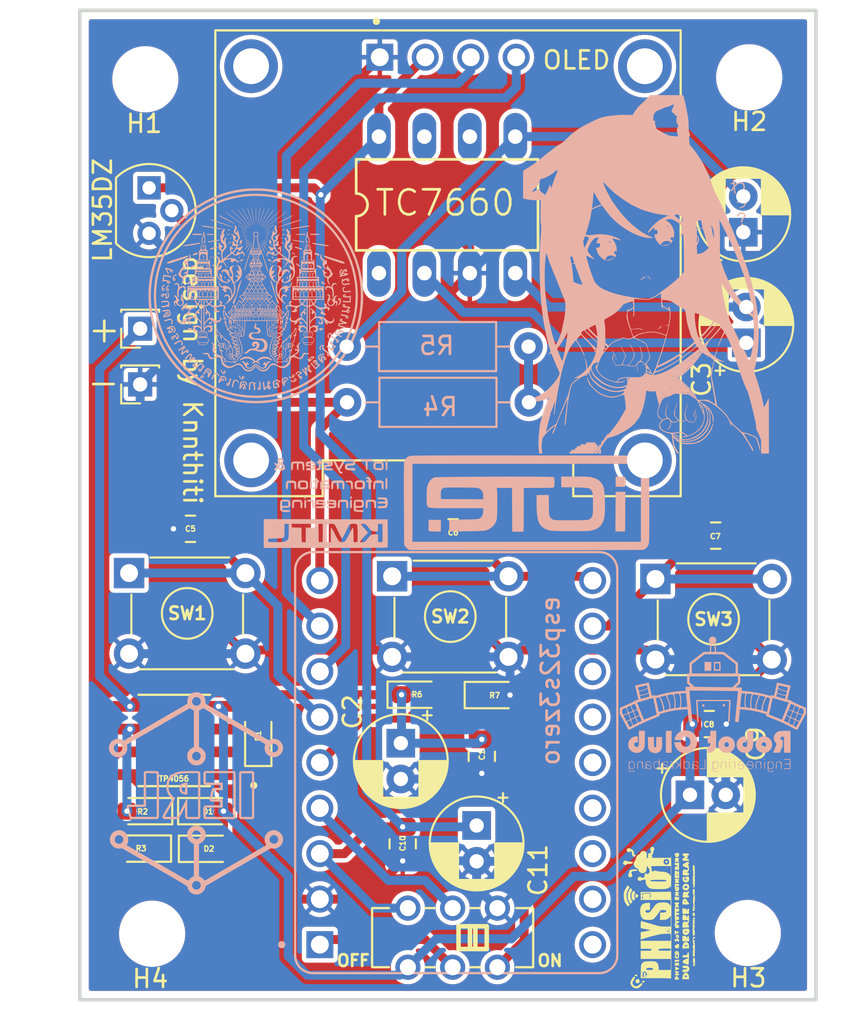
<source format=kicad_pcb>
(kicad_pcb (version 20240108) (generator "pcbnew") (generator_version "8.0")
  (layers (0 "F.Cu" signal) (31 "B.Cu" signal) (34 "B.Paste" user) (35 "F.Paste" user) (36 "B.SilkS" user "B.Silkscreen") (37 "F.SilkS" user "F.Silkscreen") (38 "B.Mask" user) (39 "F.Mask" user) (44 "Edge.Cuts" user))
  (net 0 "")
  (net 1 "0")
  (net 2 "BAT")
  (net 3 "Net-(IC1-CAP+)")
  (net 4 "Net-(IC1-CAP-)")
  (net 5 "Net-(IC1-VOUT)")
  (net 6 "GP3")
  (net 7 "GP7")
  (net 8 "GP8")
  (net 9 "5V")
  (net 10 "3.3V")
  (net 11 "Net-(D1-K)")
  (net 12 "Net-(D2-K)")
  (net 15 "Net-(U1-PROG)")
  (net 16 "Net-(U1-~{STDBY})")
  (net 17 "Net-(U1-~{CHRG})")
  (net 18 "ADC")
  (net 19 "Net-(R4-Pad2)")
  (net 20 "Net-(S1-Pad2)")
  (net 26 "GP1")
  (net 30 "Chek_BAT")
  (net 31 "SDA")
  (net 32 "SCL")
  (footprint "SW_Push:SW_TH_Tactile_Omron_B3F-10xx" (layer "F.Cu") (at 139.675 88.435)
    (property "Reference" "SW2" (at 3.25 2.25 0) (layer "F.SilkS") (effects (font (size 0.7 0.7))))
    (property "Value" "SW_Push")
    (pad "1" thru_hole rect (at 0 0) (size 1.7 1.7) (drill 1) (layers "*.Cu" "*.Mask") (net 7 "GP7"))
    (pad "1" thru_hole circle (at 6.5 0) (size 1.7 1.7) (drill 1) (layers "*.Cu" "*.Mask") (net 7 "GP7"))
    (pad "2" thru_hole circle (at 0 4.5) (size 1.7 1.7) (drill 1) (layers "*.Cu" "*.Mask") (net 1 "0"))
    (pad "2" thru_hole circle (at 6.5 4.5) (size 1.7 1.7) (drill 1) (layers "*.Cu" "*.Mask") (net 1 "0"))
  )
  (footprint "Capacitor_THT:CP_Radial_D5.0mm_P2.00mm" (layer "F.Cu") (at 159.295 69.230113 90)
    (property "Reference" "C4" (at -2.104887 -2.37 90) (layer "F.SilkS"))
    (property "Value" "10uC")
    (pad "1" thru_hole rect (at 0 0 90) (size 1.6 1.6) (drill 0.8) (layers "*.Cu" "*.Mask") (net 1 "0"))
    (pad "2" thru_hole circle (at 2 0 90) (size 1.6 1.6) (drill 0.8) (layers "*.Cu" "*.Mask") (net 5 "Net-(IC1-VOUT)"))
  )
  (footprint "TC7660:TC7660" (layer "F.Cu") (at 142.745 67.705)
    (property "Reference" "TC7660" (at -0.11 -0.11 180) (layer "F.SilkS") (effects (font (size 1.400732 1.400732))))
    (property "Value" "TC7660")
    (pad "1" thru_hole oval (at -3.81 3.81) (size 1.3208 2.6416) (drill 0.8128) (layers "*.Cu" "*.Mask"))
    (pad "2" thru_hole oval (at -1.27 3.81) (size 1.3208 2.6416) (drill 0.8128) (layers "*.Cu" "*.Mask") (net 3 "Net-(IC1-CAP+)"))
    (pad "3" thru_hole oval (at 1.27 3.81) (size 1.3208 2.6416) (drill 0.8128) (layers "*.Cu" "*.Mask") (net 1 "0"))
    (pad "4" thru_hole oval (at 3.81 3.81) (size 1.3208 2.6416) (drill 0.8128) (layers "*.Cu" "*.Mask") (net 4 "Net-(IC1-CAP-)"))
    (pad "5" thru_hole oval (at 3.81 -3.81) (size 1.3208 2.6416) (drill 0.8128) (layers "*.Cu" "*.Mask") (net 5 "Net-(IC1-VOUT)"))
    (pad "6" thru_hole oval (at 1.27 -3.81) (size 1.3208 2.6416) (drill 0.8128) (layers "*.Cu" "*.Mask"))
    (pad "7" thru_hole oval (at -1.27 -3.81) (size 1.3208 2.6416) (drill 0.8128) (layers "*.Cu" "*.Mask"))
    (pad "8" thru_hole oval (at -3.81 -3.81) (size 1.3208 2.6416) (drill 0.8128) (layers "*.Cu" "*.Mask") (net 10 "3.3V"))
  )
  (footprint "MountingHole:MountingHole_3.2mm_M3" (layer "F.Cu") (at 159.625 60.585)
    (property "Reference" "H2" (at 0.005 2.475 0) (layer "F.SilkS"))
    (property "Value" "MountingHole")
    (pad "" np_thru_hole circle (at 0 0) (size 3.2 3.2) (drill 3.2) (layers "*.Cu" "*.Mask"))
  )
  (footprint "Capacitor_THT:CP_Radial_D5.0mm_P2.00mm" (layer "F.Cu") (at 159.465 75.405 90)
    (property "Reference" "C3" (at -2.044887 -2.5 90) (layer "F.SilkS"))
    (property "Value" "10uC")
    (pad "1" thru_hole rect (at 0 0 90) (size 1.6 1.6) (drill 0.8) (layers "*.Cu" "*.Mask") (net 3 "Net-(IC1-CAP+)"))
    (pad "2" thru_hole circle (at 2 0 90) (size 1.6 1.6) (drill 0.8) (layers "*.Cu" "*.Mask") (net 4 "Net-(IC1-CAP-)"))
  )
  (footprint "Connector_PinSocket_2.00mm:PinSocket_1x01_P2.00mm_Vertical" (layer "F.Cu") (at 125.595 77.725 180)
    (property "Reference" "-" (at 2.055 0.135 0) (layer "F.SilkS") (effects (font (size 1.5 1.5))))
    (property "Value" "BAT_GND")
    (pad "1" thru_hole rect (at 0 0 180) (size 1.35 1.35) (drill 0.8) (layers "*.Cu" "*.Mask") (net 1 "0"))
  )
  (footprint "logo:physic_iote_A95_50" (layer "F.Cu") (at 153.118397 108.213939 90)
    (property "Reference" "G***" (hide yes))
    (property "Value" "LOGO" (hide yes))
  )
  (footprint "LED_SMD:LED_0603_1608Metric_Pad1.05x0.95mm_HandSolder" (layer "F.Cu") (at 132.195 97.365 90)
    (property "Reference" "R1" (at 0.02 0 90) (layer "F.SilkS") (effects (font (size 0.3 0.3) (thickness 0.075))))
    (property "Value" "1k")
    (pad "1" smd roundrect (at -0.875 0 90) (size 1.05 0.95) (layers "F.Cu" "F.Paste" "F.Mask") (net 15 "Net-(U1-PROG)"))
    (pad "2" smd roundrect (at 0.875 0 90) (size 1.05 0.95) (layers "F.Cu" "F.Paste" "F.Mask") (net 1 "0"))
  )
  (footprint "logo:KMITL" (layer "F.Cu") (at 132.06 72.78)
    (property "Reference" "G***" (hide yes))
    (property "Value" "LOGO" (hide yes))
  )
  (footprint "LED_SMD:LED_0603_1608Metric_Pad1.05x0.95mm_HandSolder" (layer "F.Cu") (at 125.73 101.545 180)
    (property "Reference" "R2" (at -0.005 -0.03 0) (layer "F.SilkS") (effects (font (size 0.3 0.3) (thickness 0.075))))
    (property "Value" "1k")
    (pad "1" smd roundrect (at -0.875 0 180) (size 1.05 0.95) (layers "F.Cu" "F.Paste" "F.Mask") (net 11 "Net-(D1-K)"))
    (pad "2" smd roundrect (at 0.875 0 180) (size 1.05 0.95) (layers "F.Cu" "F.Paste" "F.Mask") (net 16 "Net-(U1-~{STDBY})"))
  )
  (footprint "JS202011CQN:JS202011CQN" (layer "F.Cu") (at 143.055 108.605 180)
    (property "Reference" "OFF                   ON" (at 0.165 -1.285 0) (layer "F.SilkS") (effects (font (size 0.65 0.65))))
    (property "Value" "JS202011CQN")
    (pad "1" thru_hole circle (at -2.5 -1.65 180) (size 1.408 1.408) (drill 0.9) (layers "*.Cu" "*.Mask") (net 2 "BAT"))
    (pad "2" thru_hole circle (at 0 -1.65 180) (size 1.408 1.408) (drill 0.9) (layers "*.Cu" "*.Mask") (net 20 "Net-(S1-Pad2)"))
    (pad "3" thru_hole circle (at 2.5 -1.65 180) (size 1.408 1.408) (drill 0.9) (layers "*.Cu" "*.Mask") (net 9 "5V"))
    (pad "4" thru_hole circle (at -2.5 1.65 180) (size 1.408 1.408) (drill 0.9) (layers "*.Cu" "*.Mask") (net 1 "0"))
    (pad "5" thru_hole circle (at 0 1.65 180) (size 1.408 1.408) (drill 0.9) (layers "*.Cu" "*.Mask") (net 26 "GP1"))
    (pad "6" thru_hole circle (at 2.5 1.65 180) (size 1.408 1.408) (drill 0.9) (layers "*.Cu" "*.Mask") (net 10 "3.3V"))
  )
  (footprint "Capacitor_SMD:C_0805_2012Metric" (layer "F.Cu") (at 157.395 96.685)
    (property "Reference" "C8" (at -0.02 0.02 0) (layer "F.SilkS") (effects (font (size 0.3 0.3) (thickness 0.075))))
    (property "Value" "0.1uC")
    (pad "1" smd roundrect (at -0.95 0) (size 1 1.45) (layers "F.Cu" "F.Paste" "F.Mask") (net 9 "5V"))
    (pad "2" smd roundrect (at 0.95 0) (size 1 1.45) (layers "F.Cu" "F.Paste" "F.Mask") (net 1 "0"))
  )
  (footprint "logo:ichika_137_200" (layer "F.Cu") (at 153.86 71.58)
    (property "Reference" "G***" (hide yes))
    (property "Value" "LOGO" (hide yes))
  )
  (footprint "TP4056:SOP127P600X175-9N" (layer "F.Cu") (at 127.5 97.6 180)
    (property "Reference" "TP4056" (at 0.015 -2.135 0) (layer "F.SilkS") (effects (font (size 0.3 0.3) (thickness 0.075))))
    (property "Value" "TP4056")
    (pad "1" smd roundrect (at -2.475 -1.905 180) (size 1.97 0.6) (layers "F.Cu" "F.Paste" "F.Mask") (roundrect_rratio 0.125))
    (pad "2" smd roundrect (at -2.475 -0.635 180) (size 1.97 0.6) (layers "F.Cu" "F.Paste" "F.Mask") (roundrect_rratio 0.125) (net 15 "Net-(U1-PROG)"))
    (pad "3" smd roundrect (at -2.475 0.635 180) (size 1.97 0.6) (layers "F.Cu" "F.Paste" "F.Mask") (roundrect_rratio 0.125) (net 1 "0"))
    (pad "4" smd roundrect (at -2.475 1.905 180) (size 1.97 0.6) (layers "F.Cu" "F.Paste" "F.Mask") (roundrect_rratio 0.125) (net 9 "5V"))
    (pad "5" smd roundrect (at 2.475 1.905 180) (size 1.97 0.6) (layers "F.Cu" "F.Paste" "F.Mask") (roundrect_rratio 0.125) (net 2 "BAT"))
    (pad "6" smd roundrect (at 2.475 0.635 180) (size 1.97 0.6) (layers "F.Cu" "F.Paste" "F.Mask") (roundrect_rratio 0.125) (net 16 "Net-(U1-~{STDBY})"))
    (pad "7" smd roundrect (at 2.475 -0.635 180) (size 1.97 0.6) (layers "F.Cu" "F.Paste" "F.Mask") (roundrect_rratio 0.125) (net 17 "Net-(U1-~{CHRG})"))
    (pad "8" smd roundrect (at 2.475 -1.905 180) (size 1.97 0.6) (layers "F.Cu" "F.Paste" "F.Mask") (roundrect_rratio 0.125) (net 9 "5V"))
    (pad "9" smd rect (at 0 0 180) (size 2.413 3.302) (layers "F.Cu" "F.Mask"))
  )
  (footprint "Capacitor_THT:CP_Radial_D5.0mm_P2.00mm" (layer "F.Cu") (at 156.315 100.635)
    (property "Reference" "C9" (at 3.695 -2.835 90) (layer "F.SilkS"))
    (property "Value" "22uC" (hide yes))
    (pad "1" thru_hole rect (at 0 0) (size 1.6 1.6) (drill 0.8) (layers "*.Cu" "*.Mask") (net 9 "5V"))
    (pad "2" thru_hole circle (at 2 0) (size 1.6 1.6) (drill 0.8) (layers "*.Cu" "*.Mask") (net 1 "0"))
  )
  (footprint "SW_Push:SW_TH_Tactile_Omron_B3F-10xx" (layer "F.Cu") (at 124.975 88.255)
    (property "Reference" "SW1" (at 3.25 2.25 0) (layer "F.SilkS") (effects (font (size 0.7 0.7))))
    (property "Value" "SW_Push")
    (pad "1" thru_hole rect (at 0 0) (size 1.7 1.7) (drill 1) (layers "*.Cu" "*.Mask") (net 6 "GP3"))
    (pad "1" thru_hole circle (at 6.5 0) (size 1.7 1.7) (drill 1) (layers "*.Cu" "*.Mask") (net 6 "GP3"))
    (pad "2" thru_hole circle (at 0 4.5) (size 1.7 1.7) (drill 1) (layers "*.Cu" "*.Mask") (net 1 "0"))
    (pad "2" thru_hole circle (at 6.5 4.5) (size 1.7 1.7) (drill 1) (layers "*.Cu" "*.Mask") (net 1 "0"))
  )
  (footprint "MountingHole:MountingHole_3.2mm_M3" (layer "F.Cu") (at 125.885 60.695)
    (property "Reference" "H1" (at -0.065 2.475 0) (layer "F.SilkS"))
    (property "Value" "MountingHole")
    (pad "" np_thru_hole circle (at 0 0) (size 3.2 3.2) (drill 3.2) (layers "*.Cu" "*.Mask"))
  )
  (footprint "Connector_PinSocket_2.00mm:PinSocket_1x01_P2.00mm_Vertical" (layer "F.Cu") (at 125.595 74.615 180)
    (property "Reference" "+" (at 2.005 -0.015 0) (layer "F.SilkS") (effects (font (size 1.5 1.5))))
    (property "Value" "BAT_3.7V")
    (pad "1" thru_hole rect (at 0 0 180) (size 1.35 1.35) (drill 0.8) (layers "*.Cu" "*.Mask") (net 2 "BAT"))
  )
  (footprint "Capacitor_SMD:C_0805_2012Metric" (layer "F.Cu") (at 144.685 98.485 -90)
    (property "Reference" "C1" (at -0.08 -0.01 90) (layer "F.SilkS") (effects (font (size 0.3 0.3) (thickness 0.075))))
    (property "Value" "0.1uC")
    (pad "1" smd roundrect (at -0.95 0 270) (size 1 1.45) (layers "F.Cu" "F.Paste" "F.Mask") (net 2 "BAT"))
    (pad "2" smd roundrect (at 0.95 0 270) (size 1 1.45) (layers "F.Cu" "F.Paste" "F.Mask") (net 1 "0"))
  )
  (footprint "OLED:MODULE_DM-OLED096-636" (layer "F.Cu") (at 142.795 70.965)
    (property "Reference" "OLED" (at 7.185 -11.335 0) (layer "F.SilkS"))
    (property "Value" "DM-OLED096-636")
    (pad "1" thru_hole rect (at -3.81 -11.5) (size 1.508 1.508) (drill 1) (layers "*.Cu" "*.Mask") (net 1 "0"))
    (pad "2" thru_hole circle (at -1.27 -11.5) (size 1.508 1.508) (drill 1) (layers "*.Cu" "*.Mask") (net 10 "3.3V"))
    (pad "3" thru_hole circle (at 1.27 -11.5) (size 1.508 1.508) (drill 1) (layers "*.Cu" "*.Mask") (net 32 "SCL"))
    (pad "4" thru_hole circle (at 3.81 -11.5) (size 1.508 1.508) (drill 1) (layers "*.Cu" "*.Mask") (net 31 "SDA"))
    (pad "S1" thru_hole circle (at -11 -11) (size 3 3) (drill 2) (layers "*.Cu" "*.Mask"))
    (pad "S2" thru_hole circle (at 11 -11) (size 3 3) (drill 2) (layers "*.Cu" "*.Mask"))
    (pad "S3" thru_hole circle (at 11 11) (size 3 3) (drill 2) (layers "*.Cu" "*.Mask"))
    (pad "S4" thru_hole circle (at -11 11) (size 3 3) (drill 2) (layers "*.Cu" "*.Mask"))
  )
  (footprint "LED_SMD:LED_0603_1608Metric_Pad1.05x0.95mm_HandSolder" (layer "F.Cu") (at 129.375 101.545)
    (property "Reference" "D1" (at 0.01 0.02 0) (layer "F.SilkS") (effects (font (size 0.3 0.3) (thickness 0.075))))
    (property "Value" "LED_Green")
    (pad "1" smd roundrect (at -0.875 0) (size 1.05 0.95) (layers "F.Cu" "F.Paste" "F.Mask") (net 11 "Net-(D1-K)"))
    (pad "2" smd roundrect (at 0.875 0) (size 1.05 0.95) (layers "F.Cu" "F.Paste" "F.Mask") (net 9 "5V"))
  )
  (footprint "Capacitor_THT:CP_Radial_D5.0mm_P2.00mm" (layer "F.Cu") (at 144.395 102.345 -90)
    (property "Reference" "C11" (at 2.495 -3.435 90) (layer "F.SilkS"))
    (property "Value" "22uC" (hide yes))
    (pad "1" thru_hole rect (at 0 0 270) (size 1.6 1.6) (drill 0.8) (layers "*.Cu" "*.Mask") (net 10 "3.3V"))
    (pad "2" thru_hole circle (at 2 0 270) (size 1.6 1.6) (drill 0.8) (layers "*.Cu" "*.Mask") (net 1 "0"))
  )
  (footprint "MountingHole:MountingHole_3.2mm_M3" (layer "F.Cu") (at 126.265 108.385)
    (property "Reference" "H4" (at -0.105 2.515 0) (layer "F.SilkS"))
    (property "Value" "MountingHole")
    (pad "" np_thru_hole circle (at 0 0) (size 3.2 3.2) (drill 3.2) (layers "*.Cu" "*.Mask"))
  )
  (footprint "Package_TO_SOT_THT:TO-92" (layer "F.Cu") (at 126.095 66.755 -90)
    (property "Reference" "LM35DZ" (at 1.245 2.595 90) (layer "F.SilkS"))
    (property "Value" "LM35-LP")
    (pad "1" thru_hole rect (at 0 0 270) (size 1.3 1.3) (drill 0.75) (layers "*.Cu" "*.Mask") (net 10 "3.3V"))
    (pad "2" thru_hole circle (at 1.27 -1.27 270) (size 1.3 1.3) (drill 0.75) (layers "*.Cu" "*.Mask") (net 18 "ADC"))
    (pad "3" thru_hole circle (at 2.54 0 270) (size 1.3 1.3) (drill 0.75) (layers "*.Cu" "*.Mask") (net 1 "0"))
  )
  (footprint "Capacitor_SMD:C_0805_2012Metric" (layer "F.Cu") (at 140.265 103.370112 -90)
    (property "Reference" "C10" (at -0.025112 0 90) (layer "F.SilkS") (effects (font (size 0.3 0.3) (thickness 0.075))))
    (property "Value" "0.1uC")
    (pad "1" smd roundrect (at -0.95 0 270) (size 1 1.45) (layers "F.Cu" "F.Paste" "F.Mask") (net 10 "3.3V"))
    (pad "2" smd roundrect (at 0.95 0 270) (size 1 1.45) (layers "F.Cu" "F.Paste" "F.Mask") (net 1 "0"))
  )
  (footprint "Capacitor_THT:CP_Radial_D5.0mm_P2.00mm" (layer "F.Cu") (at 140.16 97.75 -90)
    (property "Reference" "C2" (at -1.745 2.705 90) (layer "F.SilkS"))
    (property "Value" "22uC" (hide yes))
    (pad "1" thru_hole rect (at 0 0 270) (size 1.6 1.6) (drill 0.8) (layers "*.Cu" "*.Mask") (net 2 "BAT"))
    (pad "2" thru_hole circle (at 2 0 270) (size 1.6 1.6) (drill 0.8) (layers "*.Cu" "*.Mask") (net 1 "0"))
  )
  (footprint "MountingHole:MountingHole_3.2mm_M3" (layer "F.Cu") (at 159.545 108.345)
    (property "Reference" "H3" (at 0.035 2.515 0) (layer "F.SilkS"))
    (property "Value" "MountingHole")
    (pad "" np_thru_hole circle (at 0 0) (size 3.2 3.2) (drill 3.2) (layers "*.Cu" "*.Mask"))
  )
  (footprint "LED_SMD:LED_0603_1608Metric_Pad1.05x0.95mm_HandSolder" (layer "F.Cu") (at 141.075 95.045)
    (property "Reference" "R6" (at -0.01 -0.01 0) (layer "F.SilkS") (effects (font (size 0.3 0.3) (thickness 0.075))))
    (property "Value" "1k")
    (pad "1" smd roundrect (at -0.875 0) (size 1.05 0.95) (layers "F.Cu" "F.Paste" "F.Mask") (net 2 "BAT"))
    (pad "2" smd roundrect (at 0.875 0) (size 1.05 0.95) (layers "F.Cu" "F.Paste" "F.Mask") (net 30 "Chek_BAT"))
  )
  (footprint "logo:ROBOT" (layer "F.Cu") (at 157.57 95.95)
    (property "Reference" "G***" (hide yes))
    (property "Value" "LOGO" (hide yes))
  )
  (footprint "Capacitor_SMD:C_0805_2012Metric" (layer "F.Cu") (at 143.075 85.985 180)
    (property "Reference" "C6" (at -0.01 -0.01 0) (layer "F.SilkS") (effects (font (size 0.3 0.3) (thickness 0.075))))
    (property "Value" "0.1uC")
    (pad "1" smd roundrect (at -0.95 0 180) (size 1 1.45) (layers "F.Cu" "F.Paste" "F.Mask") (net 7 "GP7"))
    (pad "2" smd roundrect (at 0.95 0 180) (size 1 1.45) (layers "F.Cu" "F.Paste" "F.Mask") (net 1 "0"))
  )
  (footprint "Capacitor_SMD:C_0805_2012Metric" (layer "F.Cu") (at 157.755 86.165)
    (property "Reference" "C7" (at -0.02 0.04 0) (layer "F.SilkS") (effects (font (size 0.3 0.3) (thickness 0.075))))
    (property "Value" "0.1uC")
    (pad "1" smd roundrect (at -0.95 0) (size 1 1.45) (layers "F.Cu" "F.Paste" "F.Mask") (net 8 "GP8"))
    (pad "2" smd roundrect (at 0.95 0) (size 1 1.45) (layers "F.Cu" "F.Paste" "F.Mask") (net 1 "0"))
  )
  (footprint "logo:IERL" (layer "F.Cu") (at 128.74 100.63)
    (property "Reference" "G***" (hide yes))
    (property "Value" "LOGO" (hide yes))
  )
  (footprint "LED_SMD:LED_0603_1608Metric_Pad1.05x0.95mm_HandSolder" (layer "F.Cu") (at 145.3875 95.065)
    (property "Reference" "R7" (at 0.0175 0.02 0) (layer "F.SilkS") (effects (font (size 0.3 0.3) (thickness 0.075))))
    (property "Value" "1k")
    (pad "1" smd roundrect (at -0.875 0) (size 1.05 0.95) (layers "F.Cu" "F.Paste" "F.Mask") (net 30 "Chek_BAT"))
    (pad "2" smd roundrect (at 0.875 0) (size 1.05 0.95) (layers "F.Cu" "F.Paste" "F.Mask") (net 1 "0"))
  )
  (footprint "SW_Push:SW_TH_Tactile_Omron_B3F-10xx" (layer "F.Cu") (at 154.385 88.585)
    (property "Reference" "SW3" (at 3.25 2.25 0) (layer "F.SilkS") (effects (font (size 0.7 0.7))))
    (property "Value" "SW_Push")
    (pad "1" thru_hole rect (at 0 0) (size 1.7 1.7) (drill 1) (layers "*.Cu" "*.Mask") (net 8 "GP8"))
    (pad "1" thru_hole circle (at 6.5 0) (size 1.7 1.7) (drill 1) (layers "*.Cu" "*.Mask") (net 8 "GP8"))
    (pad "2" thru_hole circle (at 0 4.5) (size 1.7 1.7) (drill 1) (layers "*.Cu" "*.Mask") (net 1 "0"))
    (pad "2" thru_hole circle (at 6.5 4.5) (size 1.7 1.7) (drill 1) (layers "*.Cu" "*.Mask") (net 1 "0"))
  )
  (footprint "LED_SMD:LED_0603_1608Metric_Pad1.05x0.95mm_HandSolder" (layer "F.Cu") (at 125.6625 103.635 180)
    (property "Reference" "R3" (at 0.0175 0.01 0) (layer "F.SilkS") (effects (font (size 0.3 0.3) (thickness 0.075))))
    (property "Value" "1k")
    (pad "1" smd roundrect (at -0.875 0 180) (size 1.05 0.95) (layers "F.Cu" "F.Paste" "F.Mask") (net 12 "Net-(D2-K)"))
    (pad "2" smd roundrect (at 0.875 0 180) (size 1.05 0.95) (layers "F.Cu" "F.Paste" "F.Mask") (net 17 "Net-(U1-~{CHRG})"))
  )
  (footprint "Capacitor_SMD:C_0805_2012Metric" (layer "F.Cu") (at 128.405 85.785 180)
    (property "Reference" "C5" (at 0 0 0) (layer "F.SilkS") (effects (font (size 0.3 0.3) (thickness 0.075))))
    (property "Value" "0.1uC")
    (pad "1" smd roundrect (at -0.95 0 180) (size 1 1.45) (layers "F.Cu" "F.Paste" "F.Mask") (net 6 "GP3"))
    (pad "2" smd roundrect (at 0.95 0 180) (size 1 1.45) (layers "F.Cu" "F.Paste" "F.Mask") (net 1 "0"))
  )
  (footprint "logo:iote" (layer "F.Cu") (at 143.26 81.34)
    (property "Reference" "G***" (hide yes))
    (property "Value" "LOGO" (hide yes))
  )
  (footprint "LED_SMD:LED_0603_1608Metric_Pad1.05x0.95mm_HandSolder" (layer "F.Cu") (at 129.4175 103.645)
    (property "Reference" "D2" (at 0.02 0 0) (layer "F.SilkS") (effects (font (size 0.3 0.3) (thickness 0.075))))
    (property "Value" "LED_Red")
    (pad "1" smd roundrect (at -0.875 0) (size 1.05 0.95) (layers "F.Cu" "F.Paste" "F.Mask") (net 12 "Net-(D2-K)"))
    (pad "2" smd roundrect (at 0.875 0) (size 1.05 0.95) (layers "F.Cu" "F.Paste" "F.Mask") (net 9 "5V"))
  )
  (footprint "esp32s3Zero:MODULE_ESP32-S3-ZERO" (layer "B.Cu") (at 143.255 98.835)
    (property "Reference" "esp32s3zero" (at 5.265 -4.565 90) (layer "B.SilkS") (effects (justify mirror)))
    (property "Value" "ESP32-S3-ZERO")
    (pad "1" thru_hole circle (at -7.62 2.54) (size 1.508 1.508) (drill 1) (layers "*.Cu" "*.Mask") (net 26 "GP1"))
    (pad "2" thru_hole circle (at -7.62 0) (size 1.508 1.508) (drill 1) (layers "*.Cu" "*.Mask") (net 30 "Chek_BAT"))
    (pad "3" thru_hole circle (at -7.62 -2.54) (size 1.508 1.508) (drill 1) (layers "*.Cu" "*.Mask") (net 6 "GP3"))
    (pad "3V3" thru_hole circle (at -7.62 5.08) (size 1.508 1.508) (drill 1) (layers "*.Cu" "*.Mask") (net 10 "3.3V"))
    (pad "4" thru_hole circle (at -7.62 -5.08) (size 1.508 1.508) (drill 1) (layers "*.Cu" "*.Mask") (net 31 "SDA"))
    (pad "5" thru_hole circle (at -7.62 -7.62) (size 1.508 1.508) (drill 1) (layers "*.Cu" "*.Mask") (net 32 "SCL"))
    (pad "5V" thru_hole rect (at -7.62 10.16) (size 1.508 1.508) (drill 1) (layers "*.Cu" "*.Mask") (net 20 "Net-(S1-Pad2)"))
    (pad "6" thru_hole circle (at -7.62 -10.16) (size 1.508 1.508) (drill 1) (layers "*.Cu" "*.Mask") (net 18 "ADC"))
    (pad "7" thru_hole circle (at 7.62 -10.16) (size 1.508 1.508) (drill 1) (layers "*.Cu" "*.Mask") (net 7 "GP7"))
    (pad "8" thru_hole circle (at 7.62 -7.62) (size 1.508 1.508) (drill 1) (layers "*.Cu" "*.Mask") (net 8 "GP8"))
    (pad "9" thru_hole circle (at 7.62 -5.08) (size 1.508 1.508) (drill 1) (layers "*.Cu" "*.Mask"))
    (pad "10" thru_hole circle (at 7.62 -2.54) (size 1.508 1.508) (drill 1) (layers "*.Cu" "*.Mask"))
    (pad "11" thru_hole circle (at 7.62 0) (size 1.508 1.508) (drill 1) (layers "*.Cu" "*.Mask"))
    (pad "12" thru_hole circle (at 7.62 2.54) (size 1.508 1.508) (drill 1) (layers "*.Cu" "*.Mask"))
    (pad "13" thru_hole circle (at 7.62 5.08) (size 1.508 1.508) (drill 1) (layers "*.Cu" "*.Mask"))
    (pad "GND" thru_hole circle (at -7.62 7.62) (size 1.508 1.508) (drill 1) (layers "*.Cu" "*.Mask") (net 1 "0"))
    (pad "RX" thru_hole circle (at 7.62 7.62) (size 1.508 1.508) (drill 1) (layers "*.Cu" "*.Mask"))
    (pad "TX" thru_hole circle (at 7.62 10.16) (size 1.508 1.508) (drill 1) (layers "*.Cu" "*.Mask"))
  )
  (footprint "Resistor_THT:R_Axial_DIN0207_L6.3mm_D2.5mm_P10.16mm_Horizontal" (layer "B.Cu") (at 137.155 78.725)
    (property "Reference" "R4" (at 5.2 0.26 0) (layer "B.SilkS") (effects (justify mirror)))
    (property "Value" "47k")
    (pad "1" thru_hole circle (at 0 0) (size 1.6 1.6) (drill 0.8) (layers "*.Cu" "*.Mask") (net 18 "ADC"))
    (pad "2" thru_hole oval (at 10.16 0) (size 1.6 1.6) (drill 0.8) (layers "*.Cu" "*.Mask") (net 19 "Net-(R4-Pad2)"))
  )
  (footprint "Resistor_THT:R_Axial_DIN0207_L6.3mm_D2.5mm_P10.16mm_Horizontal" (layer "B.Cu") (at 147.295 75.615 180)
    (property "Reference" "R5" (at 5.13 0.05 0) (layer "B.SilkS") (effects (justify mirror)))
    (property "Value" "20k")
    (pad "1" thru_hole circle (at 0 0 180) (size 1.6 1.6) (drill 0.8) (layers "*.Cu" "*.Mask") (net 19 "Net-(R4-Pad2)"))
    (pad "2" thru_hole oval (at 10.16 0 180) (size 1.6 1.6) (drill 0.8) (layers "*.Cu" "*.Mask") (net 5 "Net-(IC1-VOUT)"))
  )
  (gr_rect (start 122.225 56.845) (end 163.355 112.075) (stroke (width 0.2)) (fill none) (layer "Edge.Cuts"))
  (gr_text "design by Knnthiti" (at 127.93 70.47 270) (layer "F.SilkS") (effects (font (size 1 1)) (justify left bottom)))
  (segment (start 134.035 106.455) (end 135.635 106.455) (width 0.5) (layer "F.Cu") (net 1))
  (segment (start 131.475 92.755) (end 127.455 88.735) (width 0.5) (layer "F.Cu") (net 1))
  (segment (start 139.291 92.551) (end 139.675 92.935) (width 0.5) (layer "F.Cu") (net 1))
  (segment (start 137.005 65.865) (end 137.005 61.445) (width 0.5) (layer "F.Cu") (net 1))
  (segment (start 133.55 97.41) (end 133.55 105.97) (width 0.5) (layer "F.Cu") (net 1))
  (segment (start 142.705 68.825) (end 139.965 68.825) (width 0.5) (layer "F.Cu") (net 1))
  (segment (start 142.125 73.405) (end 144.015 71.515) (width 0.5) (layer "F.Cu") (net 1))
  (segment (start 132.63 96.49) (end 133.55 97.41) (width 0.5) (layer "F.Cu") (net 1))
  (segment (start 138.130112 106.455) (end 140.265 104.320112) (width 0.5) (layer "F.Cu") (net 1))
  (segment (start 144.370112 104.320112) (end 144.395 104.345) (width 0.5) (layer "F.Cu") (net 1))
  (segment (start 137.005 61.445) (end 138.985 59.465) (width 0.5) (layer "F.Cu") (net 1))
  (segment (start 160.885 93.085) (end 158.705 90.905) (width 0.5) (layer "F.Cu") (net 1))
  (segment (start 139.965 68.825) (end 137.005 65.865) (width 0.5) (layer "F.Cu") (net 1))
  (segment (start 131.705 96.98) (end 129.99 96.98) (width 0.5) (layer "F.Cu") (net 1))
  (segment (start 158.705 90.905) (end 158.705 86.165) (width 0.5) (layer "F.Cu") (net 1))
  (segment (start 144.015 71.515) (end 144.015 70.135) (width 0.5) (layer "F.Cu") (net 1))
  (segment (start 144.015 70.135) (end 142.705 68.825) (width 0.5) (layer "F.Cu") (net 1))
  (segment (start 144.515 99.605) (end 144.685 99.435) (width 0.5) (layer "F.Cu") (net 1))
  (segment (start 133.55 105.97) (end 134.035 106.455) (width 0.5) (layer "F.Cu") (net 1))
  (segment (start 146.175 92.935) (end 142.125 88.885) (width 0.5) (layer "F.Cu") (net 1))
  (segment (start 131.475 92.755) (end 131.679 92.551) (width 0.5) (layer "F.Cu") (net 1))
  (segment (start 142.125 85.985) (end 142.125 73.405) (width 0.5) (layer "F.Cu") (net 1))
  (segment (start 131.679 92.551) (end 139.291 92.551) (width 0.5) (layer "F.Cu") (net 1))
  (segment (start 129.99 96.98) (end 129.975 96.965) (width 0.5) (layer "F.Cu") (net 1))
  (segment (start 142.125 88.885) (end 142.125 85.985) (width 0.5) (layer "F.Cu") (net 1))
  (segment (start 127.455 88.735) (end 127.455 85.785) (width 0.5) (layer "F.Cu") (net 1))
  (segment (start 158.345 95.625) (end 160.885 93.085) (width 0.5) (layer "F.Cu") (net 1))
  (segment (start 153.851 92.551) (end 154.385 93.085) (width 0.5) (layer "F.Cu") (net 1))
  (segment (start 146.175 92.935) (end 146.559 92.551) (width 0.5) (layer "F.Cu") (net 1))
  (segment (start 158.345 96.685) (end 158.345 95.625) (width 0.5) (layer "F.Cu") (net 1))
  (segment (start 135.635 106.455) (end 138.130112 106.455) (width 0.5) (layer "F.Cu") (net 1))
  (segment (start 132.195 96.49) (end 132.63 96.49) (width 0.5) (layer "F.Cu") (net 1))
  (segment (start 146.559 92.551) (end 153.851 92.551) (width 0.5) (layer "F.Cu") (net 1))
  (segment (start 132.195 96.49) (end 131.705 96.98) (width 0.5) (layer "F.Cu") (net 1))
  (via (at 144.685 99.435) (size 0.6) (drill 0.3) (layers "F.Cu" "B.Cu") (net 1))
  (via (at 158.345 96.685) (size 0.6) (drill 0.3) (layers "F.Cu" "B.Cu") (net 1))
  (via (at 127.455 85.785) (size 0.6) (drill 0.3) (layers "F.Cu" "B.Cu") (net 1))
  (via (at 146.2625 95.065) (size 0.6) (drill 0.3) (layers "F.Cu" "B.Cu") (net 1))
  (via (at 140.265 104.320112) (size 0.6) (drill 0.3) (layers "F.Cu" "B.Cu") (net 1))
  (segment (start 144.395 105.795) (end 145.555 106.955) (width 0.5) (layer "B.Cu") (net 1))
  (segment (start 125.595 83.125) (end 127.455 84.985) (width 0.5) (layer "B.Cu") (net 1))
  (segment (start 139.675 92.935) (end 146.175 92.935) (width 0.5) (layer "B.Cu") (net 1))
  (segment (start 146.2625 100.8125) (end 146.2625 95.065) (width 0.5) (layer "B.Cu") (net 1))
  (segment (start 124.975 92.755) (end 131.475 92.755) (width 0.5) (layer "B.Cu") (net 1))
  (segment (start 125.595 77.705) (end 127.42 75.88) (width 0.5) (layer "B.Cu") (net 1))
  (segment (start 146.299887 69.230113) (end 144.015 71.515) (width 0.5) (layer "B.Cu") (net 1))
  (segment (start 145.52637 104.345) (end 146.335 103.53637) (width 0.5) (layer "B.Cu") (net 1))
  (segment (start 140.16 99.75) (end 144.37 99.75) (width 0.5) (layer "B.Cu") (net 1))
  (segment (start 146.2625 93.0225) (end 146.175 92.935) (width 0.5) (layer "B.Cu") (net 1))
  (segment (start 125.595 77.725) (end 125.595 77.705) (width 0.5) (layer "B.Cu") (net 1))
  (segment (start 146.335 103.53637) (end 146.335 101.085) (width 0.5) (layer "B.Cu") (net 1))
  (segment (start 158.315 100.635) (end 158.315 96.715) (width 0.5) (layer "B.Cu") (net 1))
  (segment (start 146.335 101.085) (end 146.335 100.885) (width 0.5) (layer "B.Cu") (net 1))
  (segment (start 159.295 69.230113) (end 146.299887 69.230113) (width 0.5) (layer "B.Cu") (net 1))
  (segment (start 144.395 104.345) (end 145.52637 104.345) (width 0.5) (layer "B.Cu") (net 1))
  (segment (start 127.42 75.88) (end 127.42 70.62) (width 0.5) (layer "B.Cu") (net 1))
  (segment (start 146.2625 95.065) (end 146.2625 93.0225) (width 0.5) (layer "B.Cu") (net 1))
  (segment (start 146.335 100.885) (end 146.2625 100.8125) (width 0.5) (layer "B.Cu") (net 1))
  (segment (start 144.37 99.75) (end 144.685 99.435) (width 0.5) (layer "B.Cu") (net 1))
  (segment (start 146.335 101.085) (end 144.685 99.435) (width 0.5) (layer "B.Cu") (net 1))
  (segment (start 125.595 83.125) (end 125.595 77.725) (width 0.5) (layer "B.Cu") (net 1))
  (segment (start 140.265 104.320112) (end 144.370112 104.320112) (width 0.5) (layer "B.Cu") (net 1))
  (segment (start 144.395 104.345) (end 144.395 105.795) (width 0.5) (layer "B.Cu") (net 1))
  (segment (start 154.385 93.085) (end 160.885 93.085) (width 0.5) (layer "B.Cu") (net 1))
  (segment (start 127.455 84.985) (end 127.455 85.785) (width 0.5) (layer "B.Cu") (net 1))
  (segment (start 144.370112 104.320112) (end 144.395 104.345) (width 0.5) (layer "B.Cu") (net 1))
  (segment (start 127.42 70.62) (end 126.095 69.295) (width 0.5) (layer "B.Cu") (net 1))
  (segment (start 158.315 96.715) (end 158.345 96.685) (width 0.5) (layer "B.Cu") (net 1))
  (segment (start 145.555 110.255) (end 147.05 108.76) (width 0.5) (layer "F.Cu") (net 2))
  (segment (start 131.104542 94.945) (end 125.775 94.945) (width 0.5) (layer "F.Cu") (net 2))
  (segment (start 140.2 95.045) (end 131.204542 95.045) (width 0.5) (layer "F.Cu") (net 2))
  (segment (start 125.775 94.945) (end 125.025 95.695) (width 0.5) (layer "F.Cu") (net 2))
  (segment (start 131.204542 95.045) (end 131.104542 94.945) (width 0.5) (layer "F.Cu") (net 2))
  (segment (start 147.05 99.9) (end 144.685 97.535) (width 0.5) (layer "F.Cu") (net 2))
  (segment (start 147.05 108.76) (end 147.05 99.9) (width 0.5) (layer "F.Cu") (net 2))
  (via (at 140.2 95.045) (size 0.6) (drill 0.3) (layers "F.Cu" "B.Cu") (net 2))
  (via (at 144.685 97.535) (size 0.6) (drill 0.3) (layers "F.Cu" "B.Cu") (net 2))
  (via (at 125.025 95.695) (size 0.6) (drill 0.3) (layers "F.Cu" "B.Cu") (net 2))
  (segment (start 140.575 97.535) (end 140.41 97.7) (width 0.5) (layer "B.Cu") (net 2))
  (segment (start 140.2 95.045) (end 140.2 97.71) (width 0.5) (layer "B.Cu") (net 2))
  (segment (start 140.2 97.71) (end 140.16 97.75) (width 0.5) (layer "B.Cu") (net 2))
  (segment (start 140.2 97.49) (end 140.41 97.7) (width 0.5) (layer "B.Cu") (net 2))
  (segment (start 140.2 97.664888) (end 140.18 97.684888) (width 0.5) (layer "B.Cu") (net 2))
  (segment (start 140.2 97.25) (end 140.555 97.605) (width 0.5) (layer "B.Cu") (net 2))
  (segment (start 140.16 97.75) (end 144.47 97.75) (width 0.5) (layer "B.Cu") (net 2))
  (segment (start 123.33 94) (end 123.33 76.88) (width 0.5) (layer "B.Cu") (net 2))
  (segment (start 125.025 95.695) (end 123.33 94) (width 0.5) (layer "B.Cu") (net 2))
  (segment (start 123.33 76.88) (end 125.595 74.615) (width 0.5) (layer "B.Cu") (net 2))
  (segment (start 144.47 97.75) (end 144.685 97.535) (width 0.5) (layer "B.Cu") (net 2))
  (segment (start 159.465 75.405) (end 149.215 75.405) (width 0.5) (layer "B.Cu") (net 3))
  (segment (start 147.515 73.705) (end 143.665 73.705) (width 0.5) (layer "B.Cu") (net 3))
  (segment (start 149.215 75.405) (end 147.515 73.705) (width 0.5) (layer "B.Cu") (net 3))
  (segment (start 143.665 73.705) (end 141.475 71.515) (width 0.5) (layer "B.Cu") (net 3))
  (segment (start 159.465 73.405) (end 148.445 73.405) (width 0.5) (layer "B.Cu") (net 4))
  (segment (start 148.445 73.405) (end 146.555 71.515) (width 0.5) (layer "B.Cu") (net 4))
  (segment (start 155.959887 63.895) (end 159.295 67.230113) (width 0.5) (layer "B.Cu") (net 5))
  (segment (start 140.21 70.24) (end 146.555 63.895) (width 0.5) (layer "B.Cu") (net 5))
  (segment (start 140.21 72.54) (end 140.21 70.24) (width 0.5) (layer "B.Cu") (net 5))
  (segment (start 137.135 75.615) (end 140.21 72.54) (width 0.5) (layer "B.Cu") (net 5))
  (segment (start 146.555 63.895) (end 155.959887 63.895) (width 0.5) (layer "B.Cu") (net 5))
  (segment (start 129.355 86.135) (end 131.475 88.255) (width 0.5) (layer "F.Cu") (net 6))
  (segment (start 129.355 85.785) (end 129.355 86.135) (width 0.5) (layer "F.Cu") (net 6))
  (segment (start 133.295 90.075) (end 131.475 88.255) (width 0.5) (layer "B.Cu") (net 6))
  (segment (start 124.975 88.255) (end 131.475 88.255) (width 0.5) (layer "B.Cu") (net 6))
  (segment (start 135.635 96.295) (end 133.295 93.955) (width 0.5) (layer "B.Cu") (net 6))
  (segment (start 133.295 93.955) (end 133.295 90.075) (width 0.5) (layer "B.Cu") (net 6))
  (segment (start 144.025 86.285) (end 146.175 88.435) (width 0.5) (layer "F.Cu") (net 7))
  (segment (start 144.025 85.985) (end 144.025 86.285) (width 0.5) (layer "F.Cu") (net 7))
  (segment (start 150.635 88.435) (end 150.875 88.675) (width 0.5) (layer "F.Cu") (net 7))
  (segment (start 146.175 88.435) (end 150.635 88.435) (width 0.5) (layer "F.Cu") (net 7))
  (segment (start 139.675 88.435) (end 146.175 88.435) (width 0.5) (layer "B.Cu") (net 7))
  (segment (start 151.755 91.215) (end 154.385 88.585) (width 0.5) (layer "F.Cu") (net 8))
  (segment (start 150.875 91.215) (end 151.755 91.215) (width 0.5) (layer "F.Cu") (net 8))
  (segment (start 154.385 88.585) (end 156.805 86.165) (width 0.5) (layer "F.Cu") (net 8))
  (segment (start 154.385 88.585) (end 160.885 88.585) (width 0.5) (layer "B.Cu") (net 8))
  (segment (start 128.96 100.255) (end 130.25 101.545) (width 0.5) (layer "F.Cu") (net 9))
  (segment (start 130.25 103.6025) (end 130.2925 103.645) (width 0.5) (layer "F.Cu") (net 9))
  (segment (start 130.25 101.545) (end 130.25 103.6025) (width 0.5) (layer "F.Cu") (net 9))
  (segment (start 125.025 99.505) (end 125.775 100.255) (width 0.5) (layer "F.Cu") (net 9))
  (segment (start 125.775 100.255) (end 128.96 100.255) (width 0.5) (layer "F.Cu") (net 9))
  (via (at 130.25 101.545) (size 0.6) (drill 0.3) (layers "F.Cu" "B.Cu") (net 9))
  (via (at 156.445 96.685) (size 0.6) (drill 0.3) (layers "F.Cu" "B.Cu") (net 9))
  (via (at 129.975 95.695) (size 0.6) (drill 0.3) (layers "F.Cu" "B.Cu") (net 9))
  (segment (start 133.87 105.165) (end 133.87 109.638) (width 0.5) (layer "B.Cu") (net 9))
  (segment (start 151.77 105.18) (end 156.315 100.635) (width 0.5) (layer "B.Cu") (net 9))
  (segment (start 130.25 101.545) (end 133.87 105.165) (width 0.5) (layer "B.Cu") (net 9))
  (segment (start 130.25 95.97) (end 129.975 95.695) (width 0.5) (layer "B.Cu") (net 9))
  (segment (start 149.83 105.18) (end 151.77 105.18) (width 0.5) (layer "B.Cu") (net 9))
  (segment (start 146.34 108.67) (end 149.83 105.18) (width 0.5) (layer "B.Cu") (net 9))
  (segment (start 140.555 110.255) (end 142.14 108.67) (width 0.5) (layer "B.Cu") (net 9))
  (segment (start 156.315 100.635) (end 156.315 96.815) (width 0.5) (layer "B.Cu") (net 9))
  (segment (start 142.14 108.67) (end 146.34 108.67) (width 0.5) (layer "B.Cu") (net 9))
  (segment (start 140.11 110.7) (end 140.555 110.255) (width 0.5) (layer "B.Cu") (net 9))
  (segment (start 130.25 101.545) (end 130.25 95.97) (width 0.5) (layer "B.Cu") (net 9))
  (segment (start 133.87 109.638) (end 134.932 110.7) (width 0.5) (layer "B.Cu") (net 9))
  (segment (start 134.932 110.7) (end 140.11 110.7) (width 0.5) (layer "B.Cu") (net 9))
  (segment (start 156.315 96.815) (end 156.445 96.685) (width 0.5) (layer "B.Cu") (net 9))
  (segment (start 138.525 102.395) (end 138.550112 102.420112) (width 0.5) (layer "F.Cu") (net 10))
  (segment (start 138.935 63.895) (end 138.935 62.055) (width 0.5) (layer "F.Cu") (net 10))
  (segment (start 138.550112 102.420112) (end 140.265 102.420112) (width 0.5) (layer "F.Cu") (net 10))
  (segment (start 126.095 66.755) (end 135.305 66.755) (width 0.5) (layer "F.Cu") (net 10))
  (segment (start 138.935 62.055) (end 141.525 59.465) (width 0.5) (layer "F.Cu") (net 10))
  (segment (start 135.635 103.915) (end 137.005 103.915) (width 0.5) (layer "F.Cu") (net 10))
  (segment (start 144.319888 102.420112) (end 144.395 102.345) (width 0.5) (layer "F.Cu") (net 10))
  (segment (start 137.005 103.915) (end 138.525 102.395) (width 0.5) (layer "F.Cu") (net 10))
  (segment (start 135.305 66.755) (end 135.69 67.14) (width 0.5) (layer "F.Cu") (net 10))
  (via (at 140.265 102.420112) (size 0.6) (drill 0.3) (layers "F.Cu" "B.Cu") (net 10))
  (via (at 135.69 67.14) (size 0.6) (drill 0.3) (layers "F.Cu" "B.Cu") (net 10))
  (segment (start 144.319888 102.420112) (end 144.395 102.345) (width 0.5) (layer "B.Cu") (net 10))
  (segment (start 140.265 102.420112) (end 138.255 100.410112) (width 0.5) (layer "B.Cu") (net 10))
  (segment (start 135.655 67.175) (end 135.69 67.14) (width 0.5) (layer "B.Cu") (net 10))
  (segment (start 135.69 67.14) (end 138.935 63.895) (width 0.5) (layer "B.Cu") (net 10))
  (segment (start 135.635 103.915) (end 138.675 106.955) (width 0.5) (layer "B.Cu") (net 10))
  (segment (start 135.655 80.485) (end 135.655 67.175) (width 0.5) (layer "B.Cu") (net 10))
  (segment (start 138.255 83.085) (end 135.655 80.485) (width 0.5) (layer "B.Cu") (net 10))
  (segment (start 140.265 102.420112) (end 144.319888 102.420112) (width 0.5) (layer "B.Cu") (net 10))
  (segment (start 138.675 106.955) (end 140.555 106.955) (width 0.5) (layer "B.Cu") (net 10))
  (segment (start 138.255 100.410112) (end 138.255 83.085) (width 0.5) (layer "B.Cu") (net 10))
  (segment (start 128.5 101.545) (end 126.605 101.545) (width 0.5) (layer "F.Cu") (net 11))
  (segment (start 128.5425 103.645) (end 126.5475 103.645) (width 0.5) (layer "F.Cu") (net 12))
  (segment (start 126.5475 103.645) (end 126.5375 103.635) (width 0.5) (layer "F.Cu") (net 12))
  (segment (start 129.975 98.235) (end 132.19 98.235) (width 0.5) (layer "F.Cu") (net 15))
  (segment (start 132.19 98.235) (end 132.195 98.24) (width 0.5) (layer "F.Cu") (net 15))
  (via (at 124.855 101.545) (size 0.6) (drill 0.3) (layers "F.Cu" "B.Cu") (net 16))
  (via (at 125.025 96.965) (size 0.6) (drill 0.3) (layers "F.Cu" "B.Cu") (net 16))
  (segment (start 124.855 97.135) (end 125.025 96.965) (width 0.5) (layer "B.Cu") (net 16))
  (segment (start 124.855 101.545) (end 124.855 97.135) (width 0.5) (layer "B.Cu") (net 16))
  (segment (start 124.7875 103.635) (end 123.585 102.4325) (width 0.5) (layer "F.Cu") (net 17))
  (segment (start 123.585 102.4325) (end 123.585 99.065458) (width 0.5) (layer "F.Cu") (net 17))
  (segment (start 123.585 99.065458) (end 124.415458 98.235) (width 0.5) (layer "F.Cu") (net 17))
  (segment (start 124.415458 98.235) (end 125.025 98.235) (width 0.5) (layer "F.Cu") (net 17))
  (segment (start 130.125 70.785) (end 127.365 68.025) (width 0.5) (layer "F.Cu") (net 18))
  (segment (start 135.635 88.675) (end 135.635 80.245) (width 0.5) (layer "F.Cu") (net 18))
  (segment (start 137.155 78.725) (end 132.605 78.725) (width 0.5) (layer "F.Cu") (net 18))
  (segment (start 130.125 76.245) (end 130.125 70.785) (width 0.5) (layer "F.Cu") (net 18))
  (segment (start 135.635 80.245) (end 137.155 78.725) (width 0.5) (layer "F.Cu") (net 18))
  (segment (start 132.605 78.725) (end 130.125 76.245) (width 0.5) (layer "F.Cu") (net 18))
  (segment (start 147.295 75.615) (end 147.295 78.675) (width 0.5) (layer "B.Cu") (net 19))
  (segment (start 147.295 78.675) (end 147.255 78.715) (width 0.5) (layer "B.Cu") (net 19))
  (segment (start 135.635 108.995) (end 135.92 108.71) (width 0.5) (layer "F.Cu") (net 20))
  (segment (start 141.51 108.71) (end 143.055 110.255) (width 0.5) (layer "F.Cu") (net 20))
  (segment (start 135.92 108.71) (end 141.51 108.71) (width 0.5) (layer "F.Cu") (net 20))
  (segment (start 135.635 108.995) (end 135.87 108.76) (width 0.5) (layer "B.Cu") (net 20))
  (segment (start 141.51 105.41) (end 143.055 106.955) (width 0.5) (layer "B.Cu") (net 26))
  (segment (start 135.635 101.375) (end 135.635 101.585) (width 0.5) (layer "B.Cu") (net 26))
  (segment (start 135.635 101.585) (end 139.46 105.41) (width 0.5) (layer "B.Cu") (net 26))
  (segment (start 139.46 105.41) (end 141.51 105.41) (width 0.5) (layer "B.Cu") (net 26))
  (segment (start 140.64 96.355) (end 141.95 95.045) (width 0.5) (layer "F.Cu") (net 30))
  (segment (start 144.4925 95.045) (end 144.5125 95.065) (width 0.5) (layer "F.Cu") (net 30))
  (segment (start 141.95 95.045) (end 144.4925 95.045) (width 0.5) (layer "F.Cu") (net 30))
  (segment (start 138.115 96.355) (end 140.64 96.355) (width 0.5) (layer "F.Cu") (net 30))
  (segment (start 135.635 98.835) (end 138.115 96.355) (width 0.5) (layer "F.Cu") (net 30))
  (segment (start 134.735 81.185) (end 134.735 65.864257) (width 0.5) (layer "B.Cu") (net 31))
  (segment (start 137.085 92.305) (end 137.085 83.535) (width 0.5) (layer "B.Cu") (net 31))
  (segment (start 138.864257 61.735) (end 146.005 61.735) (width 0.5) (layer "B.Cu") (net 31))
  (segment (start 146.005 61.735) (end 146.605 61.135) (width 0.5) (layer "B.Cu") (net 31))
  (segment (start 134.735 65.864257) (end 138.864257 61.735) (width 0.5) (layer "B.Cu") (net 31))
  (segment (start 146.605 61.135) (end 146.605 59.465) (width 0.5) (layer "B.Cu") (net 31))
  (segment (start 137.085 83.535) (end 134.735 81.185) (width 0.5) (layer "B.Cu") (net 31))
  (segment (start 135.635 93.755) (end 137.085 92.305) (width 0.5) (layer "B.Cu") (net 31))
  (segment (start 137.815 60.915) (end 143.365 60.915) (width 0.5) (layer "B.Cu") (net 32))
  (segment (start 133.765 89.345) (end 133.765 64.965) (width 0.5) (layer "B.Cu") (net 32))
  (segment (start 133.765 64.965) (end 137.815 60.915) (width 0.5) (layer "B.Cu") (net 32))
  (segment (start 143.365 60.915) (end 144.065 60.215) (width 0.5) (layer "B.Cu") (net 32))
  (segment (start 144.065 60.215) (end 144.065 59.465) (width 0.5) (layer "B.Cu") (net 32))
  (segment (start 135.635 91.215) (end 133.765 89.345) (width 0.5) (layer "B.Cu") (net 32))
  (zone (net 1) (net_name "0") (layers "F&B.Cu") (priority 1) (connect_pads (clearance 0.25)) (min_thickness 0.25) (fill yes (thermal_gap 0.25) (thermal_bridge_width 0.25))
    (polygon (pts (xy 122.05 56.61) (xy 121.96 112.26) (xy 163.56 112.27) (xy 163.74 56.27)))
  )
)
</source>
